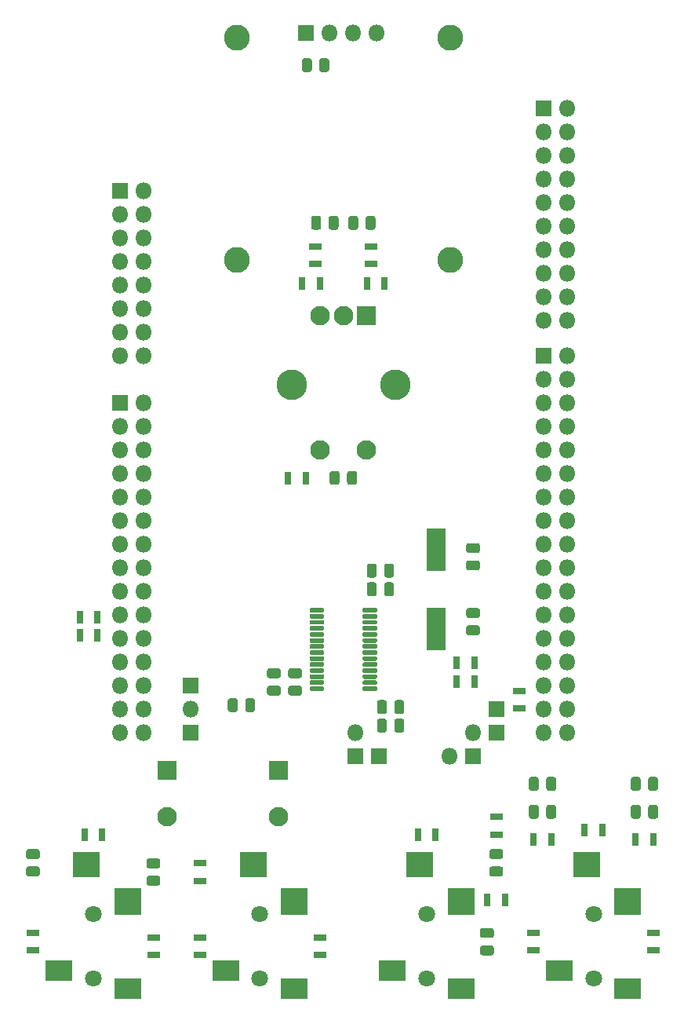
<source format=gbr>
%TF.GenerationSoftware,KiCad,Pcbnew,(5.1.6)-1*%
%TF.CreationDate,2021-01-03T17:25:39+01:00*%
%TF.ProjectId,Nucleo144_DSP,4e75636c-656f-4313-9434-5f4453502e6b,rev?*%
%TF.SameCoordinates,Original*%
%TF.FileFunction,Soldermask,Top*%
%TF.FilePolarity,Negative*%
%FSLAX46Y46*%
G04 Gerber Fmt 4.6, Leading zero omitted, Abs format (unit mm)*
G04 Created by KiCad (PCBNEW (5.1.6)-1) date 2021-01-03 17:25:39*
%MOMM*%
%LPD*%
G01*
G04 APERTURE LIST*
%ADD10C,2.800000*%
%ADD11R,2.100000X2.100000*%
%ADD12C,2.100000*%
%ADD13R,2.100000X4.600000*%
%ADD14R,1.800000X1.800000*%
%ADD15O,1.800000X1.800000*%
%ADD16R,0.800000X1.400000*%
%ADD17R,1.400000X0.800000*%
%ADD18C,3.300000*%
%ADD19C,1.800000*%
%ADD20R,2.900000X2.900000*%
%ADD21R,2.900000X2.700000*%
%ADD22R,2.900000X2.300000*%
G04 APERTURE END LIST*
D10*
%TO.C,REF\u002A\u002A*%
X124500000Y-86000000D03*
%TD*%
%TO.C,REF\u002A\u002A*%
X124500000Y-62000000D03*
%TD*%
%TO.C,REF\u002A\u002A*%
X147500000Y-86000000D03*
%TD*%
%TO.C,REF\u002A\u002A*%
X147500000Y-62000000D03*
%TD*%
D11*
%TO.C,C16*%
X117000000Y-141000000D03*
D12*
X117000000Y-146000000D03*
%TD*%
D13*
%TO.C,Y1*%
X146000000Y-117250000D03*
X146000000Y-125750000D03*
%TD*%
%TO.C,C1*%
G36*
G01*
X152981250Y-150600000D02*
X152018750Y-150600000D01*
G75*
G02*
X151750000Y-150331250I0J268750D01*
G01*
X151750000Y-149793750D01*
G75*
G02*
X152018750Y-149525000I268750J0D01*
G01*
X152981250Y-149525000D01*
G75*
G02*
X153250000Y-149793750I0J-268750D01*
G01*
X153250000Y-150331250D01*
G75*
G02*
X152981250Y-150600000I-268750J0D01*
G01*
G37*
G36*
G01*
X152981250Y-152475000D02*
X152018750Y-152475000D01*
G75*
G02*
X151750000Y-152206250I0J268750D01*
G01*
X151750000Y-151668750D01*
G75*
G02*
X152018750Y-151400000I268750J0D01*
G01*
X152981250Y-151400000D01*
G75*
G02*
X153250000Y-151668750I0J-268750D01*
G01*
X153250000Y-152206250D01*
G75*
G02*
X152981250Y-152475000I-268750J0D01*
G01*
G37*
%TD*%
%TO.C,C3*%
G36*
G01*
X138525000Y-119981250D02*
X138525000Y-119018750D01*
G75*
G02*
X138793750Y-118750000I268750J0D01*
G01*
X139331250Y-118750000D01*
G75*
G02*
X139600000Y-119018750I0J-268750D01*
G01*
X139600000Y-119981250D01*
G75*
G02*
X139331250Y-120250000I-268750J0D01*
G01*
X138793750Y-120250000D01*
G75*
G02*
X138525000Y-119981250I0J268750D01*
G01*
G37*
G36*
G01*
X140400000Y-119981250D02*
X140400000Y-119018750D01*
G75*
G02*
X140668750Y-118750000I268750J0D01*
G01*
X141206250Y-118750000D01*
G75*
G02*
X141475000Y-119018750I0J-268750D01*
G01*
X141475000Y-119981250D01*
G75*
G02*
X141206250Y-120250000I-268750J0D01*
G01*
X140668750Y-120250000D01*
G75*
G02*
X140400000Y-119981250I0J268750D01*
G01*
G37*
%TD*%
%TO.C,C4*%
G36*
G01*
X128018750Y-130025000D02*
X128981250Y-130025000D01*
G75*
G02*
X129250000Y-130293750I0J-268750D01*
G01*
X129250000Y-130831250D01*
G75*
G02*
X128981250Y-131100000I-268750J0D01*
G01*
X128018750Y-131100000D01*
G75*
G02*
X127750000Y-130831250I0J268750D01*
G01*
X127750000Y-130293750D01*
G75*
G02*
X128018750Y-130025000I268750J0D01*
G01*
G37*
G36*
G01*
X128018750Y-131900000D02*
X128981250Y-131900000D01*
G75*
G02*
X129250000Y-132168750I0J-268750D01*
G01*
X129250000Y-132706250D01*
G75*
G02*
X128981250Y-132975000I-268750J0D01*
G01*
X128018750Y-132975000D01*
G75*
G02*
X127750000Y-132706250I0J268750D01*
G01*
X127750000Y-132168750D01*
G75*
G02*
X128018750Y-131900000I268750J0D01*
G01*
G37*
%TD*%
%TO.C,C2*%
G36*
G01*
X151981250Y-160975000D02*
X151018750Y-160975000D01*
G75*
G02*
X150750000Y-160706250I0J268750D01*
G01*
X150750000Y-160168750D01*
G75*
G02*
X151018750Y-159900000I268750J0D01*
G01*
X151981250Y-159900000D01*
G75*
G02*
X152250000Y-160168750I0J-268750D01*
G01*
X152250000Y-160706250D01*
G75*
G02*
X151981250Y-160975000I-268750J0D01*
G01*
G37*
G36*
G01*
X151981250Y-159100000D02*
X151018750Y-159100000D01*
G75*
G02*
X150750000Y-158831250I0J268750D01*
G01*
X150750000Y-158293750D01*
G75*
G02*
X151018750Y-158025000I268750J0D01*
G01*
X151981250Y-158025000D01*
G75*
G02*
X152250000Y-158293750I0J-268750D01*
G01*
X152250000Y-158831250D01*
G75*
G02*
X151981250Y-159100000I-268750J0D01*
G01*
G37*
%TD*%
%TO.C,C5*%
G36*
G01*
X140400000Y-121981250D02*
X140400000Y-121018750D01*
G75*
G02*
X140668750Y-120750000I268750J0D01*
G01*
X141206250Y-120750000D01*
G75*
G02*
X141475000Y-121018750I0J-268750D01*
G01*
X141475000Y-121981250D01*
G75*
G02*
X141206250Y-122250000I-268750J0D01*
G01*
X140668750Y-122250000D01*
G75*
G02*
X140400000Y-121981250I0J268750D01*
G01*
G37*
G36*
G01*
X138525000Y-121981250D02*
X138525000Y-121018750D01*
G75*
G02*
X138793750Y-120750000I268750J0D01*
G01*
X139331250Y-120750000D01*
G75*
G02*
X139600000Y-121018750I0J-268750D01*
G01*
X139600000Y-121981250D01*
G75*
G02*
X139331250Y-122250000I-268750J0D01*
G01*
X138793750Y-122250000D01*
G75*
G02*
X138525000Y-121981250I0J268750D01*
G01*
G37*
%TD*%
%TO.C,C6*%
G36*
G01*
X130318750Y-131900000D02*
X131281250Y-131900000D01*
G75*
G02*
X131550000Y-132168750I0J-268750D01*
G01*
X131550000Y-132706250D01*
G75*
G02*
X131281250Y-132975000I-268750J0D01*
G01*
X130318750Y-132975000D01*
G75*
G02*
X130050000Y-132706250I0J268750D01*
G01*
X130050000Y-132168750D01*
G75*
G02*
X130318750Y-131900000I268750J0D01*
G01*
G37*
G36*
G01*
X130318750Y-130025000D02*
X131281250Y-130025000D01*
G75*
G02*
X131550000Y-130293750I0J-268750D01*
G01*
X131550000Y-130831250D01*
G75*
G02*
X131281250Y-131100000I-268750J0D01*
G01*
X130318750Y-131100000D01*
G75*
G02*
X130050000Y-130831250I0J268750D01*
G01*
X130050000Y-130293750D01*
G75*
G02*
X130318750Y-130025000I268750J0D01*
G01*
G37*
%TD*%
%TO.C,C7*%
G36*
G01*
X167025000Y-145981250D02*
X167025000Y-145018750D01*
G75*
G02*
X167293750Y-144750000I268750J0D01*
G01*
X167831250Y-144750000D01*
G75*
G02*
X168100000Y-145018750I0J-268750D01*
G01*
X168100000Y-145981250D01*
G75*
G02*
X167831250Y-146250000I-268750J0D01*
G01*
X167293750Y-146250000D01*
G75*
G02*
X167025000Y-145981250I0J268750D01*
G01*
G37*
G36*
G01*
X168900000Y-145981250D02*
X168900000Y-145018750D01*
G75*
G02*
X169168750Y-144750000I268750J0D01*
G01*
X169706250Y-144750000D01*
G75*
G02*
X169975000Y-145018750I0J-268750D01*
G01*
X169975000Y-145981250D01*
G75*
G02*
X169706250Y-146250000I-268750J0D01*
G01*
X169168750Y-146250000D01*
G75*
G02*
X168900000Y-145981250I0J268750D01*
G01*
G37*
%TD*%
%TO.C,C8*%
G36*
G01*
X168100000Y-142018750D02*
X168100000Y-142981250D01*
G75*
G02*
X167831250Y-143250000I-268750J0D01*
G01*
X167293750Y-143250000D01*
G75*
G02*
X167025000Y-142981250I0J268750D01*
G01*
X167025000Y-142018750D01*
G75*
G02*
X167293750Y-141750000I268750J0D01*
G01*
X167831250Y-141750000D01*
G75*
G02*
X168100000Y-142018750I0J-268750D01*
G01*
G37*
G36*
G01*
X169975000Y-142018750D02*
X169975000Y-142981250D01*
G75*
G02*
X169706250Y-143250000I-268750J0D01*
G01*
X169168750Y-143250000D01*
G75*
G02*
X168900000Y-142981250I0J268750D01*
G01*
X168900000Y-142018750D01*
G75*
G02*
X169168750Y-141750000I268750J0D01*
G01*
X169706250Y-141750000D01*
G75*
G02*
X169975000Y-142018750I0J-268750D01*
G01*
G37*
%TD*%
%TO.C,C9*%
G36*
G01*
X157900000Y-142981250D02*
X157900000Y-142018750D01*
G75*
G02*
X158168750Y-141750000I268750J0D01*
G01*
X158706250Y-141750000D01*
G75*
G02*
X158975000Y-142018750I0J-268750D01*
G01*
X158975000Y-142981250D01*
G75*
G02*
X158706250Y-143250000I-268750J0D01*
G01*
X158168750Y-143250000D01*
G75*
G02*
X157900000Y-142981250I0J268750D01*
G01*
G37*
G36*
G01*
X156025000Y-142981250D02*
X156025000Y-142018750D01*
G75*
G02*
X156293750Y-141750000I268750J0D01*
G01*
X156831250Y-141750000D01*
G75*
G02*
X157100000Y-142018750I0J-268750D01*
G01*
X157100000Y-142981250D01*
G75*
G02*
X156831250Y-143250000I-268750J0D01*
G01*
X156293750Y-143250000D01*
G75*
G02*
X156025000Y-142981250I0J268750D01*
G01*
G37*
%TD*%
%TO.C,C10*%
G36*
G01*
X157900000Y-145981250D02*
X157900000Y-145018750D01*
G75*
G02*
X158168750Y-144750000I268750J0D01*
G01*
X158706250Y-144750000D01*
G75*
G02*
X158975000Y-145018750I0J-268750D01*
G01*
X158975000Y-145981250D01*
G75*
G02*
X158706250Y-146250000I-268750J0D01*
G01*
X158168750Y-146250000D01*
G75*
G02*
X157900000Y-145981250I0J268750D01*
G01*
G37*
G36*
G01*
X156025000Y-145981250D02*
X156025000Y-145018750D01*
G75*
G02*
X156293750Y-144750000I268750J0D01*
G01*
X156831250Y-144750000D01*
G75*
G02*
X157100000Y-145018750I0J-268750D01*
G01*
X157100000Y-145981250D01*
G75*
G02*
X156831250Y-146250000I-268750J0D01*
G01*
X156293750Y-146250000D01*
G75*
G02*
X156025000Y-145981250I0J268750D01*
G01*
G37*
%TD*%
%TO.C,C11*%
G36*
G01*
X149518750Y-123525000D02*
X150481250Y-123525000D01*
G75*
G02*
X150750000Y-123793750I0J-268750D01*
G01*
X150750000Y-124331250D01*
G75*
G02*
X150481250Y-124600000I-268750J0D01*
G01*
X149518750Y-124600000D01*
G75*
G02*
X149250000Y-124331250I0J268750D01*
G01*
X149250000Y-123793750D01*
G75*
G02*
X149518750Y-123525000I268750J0D01*
G01*
G37*
G36*
G01*
X149518750Y-125400000D02*
X150481250Y-125400000D01*
G75*
G02*
X150750000Y-125668750I0J-268750D01*
G01*
X150750000Y-126206250D01*
G75*
G02*
X150481250Y-126475000I-268750J0D01*
G01*
X149518750Y-126475000D01*
G75*
G02*
X149250000Y-126206250I0J268750D01*
G01*
X149250000Y-125668750D01*
G75*
G02*
X149518750Y-125400000I268750J0D01*
G01*
G37*
%TD*%
%TO.C,C12*%
G36*
G01*
X150481250Y-119475000D02*
X149518750Y-119475000D01*
G75*
G02*
X149250000Y-119206250I0J268750D01*
G01*
X149250000Y-118668750D01*
G75*
G02*
X149518750Y-118400000I268750J0D01*
G01*
X150481250Y-118400000D01*
G75*
G02*
X150750000Y-118668750I0J-268750D01*
G01*
X150750000Y-119206250D01*
G75*
G02*
X150481250Y-119475000I-268750J0D01*
G01*
G37*
G36*
G01*
X150481250Y-117600000D02*
X149518750Y-117600000D01*
G75*
G02*
X149250000Y-117331250I0J268750D01*
G01*
X149250000Y-116793750D01*
G75*
G02*
X149518750Y-116525000I268750J0D01*
G01*
X150481250Y-116525000D01*
G75*
G02*
X150750000Y-116793750I0J-268750D01*
G01*
X150750000Y-117331250D01*
G75*
G02*
X150481250Y-117600000I-268750J0D01*
G01*
G37*
%TD*%
%TO.C,C13*%
G36*
G01*
X142575000Y-135718750D02*
X142575000Y-136681250D01*
G75*
G02*
X142306250Y-136950000I-268750J0D01*
G01*
X141768750Y-136950000D01*
G75*
G02*
X141500000Y-136681250I0J268750D01*
G01*
X141500000Y-135718750D01*
G75*
G02*
X141768750Y-135450000I268750J0D01*
G01*
X142306250Y-135450000D01*
G75*
G02*
X142575000Y-135718750I0J-268750D01*
G01*
G37*
G36*
G01*
X140700000Y-135718750D02*
X140700000Y-136681250D01*
G75*
G02*
X140431250Y-136950000I-268750J0D01*
G01*
X139893750Y-136950000D01*
G75*
G02*
X139625000Y-136681250I0J268750D01*
G01*
X139625000Y-135718750D01*
G75*
G02*
X139893750Y-135450000I268750J0D01*
G01*
X140431250Y-135450000D01*
G75*
G02*
X140700000Y-135718750I0J-268750D01*
G01*
G37*
%TD*%
%TO.C,C14*%
G36*
G01*
X140700000Y-133718750D02*
X140700000Y-134681250D01*
G75*
G02*
X140431250Y-134950000I-268750J0D01*
G01*
X139893750Y-134950000D01*
G75*
G02*
X139625000Y-134681250I0J268750D01*
G01*
X139625000Y-133718750D01*
G75*
G02*
X139893750Y-133450000I268750J0D01*
G01*
X140431250Y-133450000D01*
G75*
G02*
X140700000Y-133718750I0J-268750D01*
G01*
G37*
G36*
G01*
X142575000Y-133718750D02*
X142575000Y-134681250D01*
G75*
G02*
X142306250Y-134950000I-268750J0D01*
G01*
X141768750Y-134950000D01*
G75*
G02*
X141500000Y-134681250I0J268750D01*
G01*
X141500000Y-133718750D01*
G75*
G02*
X141768750Y-133450000I268750J0D01*
G01*
X142306250Y-133450000D01*
G75*
G02*
X142575000Y-133718750I0J-268750D01*
G01*
G37*
%TD*%
D12*
%TO.C,C15*%
X129000000Y-146000000D03*
D11*
X129000000Y-141000000D03*
%TD*%
%TO.C,C17*%
G36*
G01*
X115981250Y-151600000D02*
X115018750Y-151600000D01*
G75*
G02*
X114750000Y-151331250I0J268750D01*
G01*
X114750000Y-150793750D01*
G75*
G02*
X115018750Y-150525000I268750J0D01*
G01*
X115981250Y-150525000D01*
G75*
G02*
X116250000Y-150793750I0J-268750D01*
G01*
X116250000Y-151331250D01*
G75*
G02*
X115981250Y-151600000I-268750J0D01*
G01*
G37*
G36*
G01*
X115981250Y-153475000D02*
X115018750Y-153475000D01*
G75*
G02*
X114750000Y-153206250I0J268750D01*
G01*
X114750000Y-152668750D01*
G75*
G02*
X115018750Y-152400000I268750J0D01*
G01*
X115981250Y-152400000D01*
G75*
G02*
X116250000Y-152668750I0J-268750D01*
G01*
X116250000Y-153206250D01*
G75*
G02*
X115981250Y-153475000I-268750J0D01*
G01*
G37*
%TD*%
%TO.C,C18*%
G36*
G01*
X102981250Y-152475000D02*
X102018750Y-152475000D01*
G75*
G02*
X101750000Y-152206250I0J268750D01*
G01*
X101750000Y-151668750D01*
G75*
G02*
X102018750Y-151400000I268750J0D01*
G01*
X102981250Y-151400000D01*
G75*
G02*
X103250000Y-151668750I0J-268750D01*
G01*
X103250000Y-152206250D01*
G75*
G02*
X102981250Y-152475000I-268750J0D01*
G01*
G37*
G36*
G01*
X102981250Y-150600000D02*
X102018750Y-150600000D01*
G75*
G02*
X101750000Y-150331250I0J268750D01*
G01*
X101750000Y-149793750D01*
G75*
G02*
X102018750Y-149525000I268750J0D01*
G01*
X102981250Y-149525000D01*
G75*
G02*
X103250000Y-149793750I0J-268750D01*
G01*
X103250000Y-150331250D01*
G75*
G02*
X102981250Y-150600000I-268750J0D01*
G01*
G37*
%TD*%
%TO.C,C19*%
G36*
G01*
X138400000Y-82481250D02*
X138400000Y-81518750D01*
G75*
G02*
X138668750Y-81250000I268750J0D01*
G01*
X139206250Y-81250000D01*
G75*
G02*
X139475000Y-81518750I0J-268750D01*
G01*
X139475000Y-82481250D01*
G75*
G02*
X139206250Y-82750000I-268750J0D01*
G01*
X138668750Y-82750000D01*
G75*
G02*
X138400000Y-82481250I0J268750D01*
G01*
G37*
G36*
G01*
X136525000Y-82481250D02*
X136525000Y-81518750D01*
G75*
G02*
X136793750Y-81250000I268750J0D01*
G01*
X137331250Y-81250000D01*
G75*
G02*
X137600000Y-81518750I0J-268750D01*
G01*
X137600000Y-82481250D01*
G75*
G02*
X137331250Y-82750000I-268750J0D01*
G01*
X136793750Y-82750000D01*
G75*
G02*
X136525000Y-82481250I0J268750D01*
G01*
G37*
%TD*%
%TO.C,C20*%
G36*
G01*
X132525000Y-82481250D02*
X132525000Y-81518750D01*
G75*
G02*
X132793750Y-81250000I268750J0D01*
G01*
X133331250Y-81250000D01*
G75*
G02*
X133600000Y-81518750I0J-268750D01*
G01*
X133600000Y-82481250D01*
G75*
G02*
X133331250Y-82750000I-268750J0D01*
G01*
X132793750Y-82750000D01*
G75*
G02*
X132525000Y-82481250I0J268750D01*
G01*
G37*
G36*
G01*
X134400000Y-82481250D02*
X134400000Y-81518750D01*
G75*
G02*
X134668750Y-81250000I268750J0D01*
G01*
X135206250Y-81250000D01*
G75*
G02*
X135475000Y-81518750I0J-268750D01*
G01*
X135475000Y-82481250D01*
G75*
G02*
X135206250Y-82750000I-268750J0D01*
G01*
X134668750Y-82750000D01*
G75*
G02*
X134400000Y-82481250I0J268750D01*
G01*
G37*
%TD*%
%TO.C,C21*%
G36*
G01*
X134525000Y-109981250D02*
X134525000Y-109018750D01*
G75*
G02*
X134793750Y-108750000I268750J0D01*
G01*
X135331250Y-108750000D01*
G75*
G02*
X135600000Y-109018750I0J-268750D01*
G01*
X135600000Y-109981250D01*
G75*
G02*
X135331250Y-110250000I-268750J0D01*
G01*
X134793750Y-110250000D01*
G75*
G02*
X134525000Y-109981250I0J268750D01*
G01*
G37*
G36*
G01*
X136400000Y-109981250D02*
X136400000Y-109018750D01*
G75*
G02*
X136668750Y-108750000I268750J0D01*
G01*
X137206250Y-108750000D01*
G75*
G02*
X137475000Y-109018750I0J-268750D01*
G01*
X137475000Y-109981250D01*
G75*
G02*
X137206250Y-110250000I-268750J0D01*
G01*
X136668750Y-110250000D01*
G75*
G02*
X136400000Y-109981250I0J268750D01*
G01*
G37*
%TD*%
%TO.C,C22*%
G36*
G01*
X133400000Y-65481250D02*
X133400000Y-64518750D01*
G75*
G02*
X133668750Y-64250000I268750J0D01*
G01*
X134206250Y-64250000D01*
G75*
G02*
X134475000Y-64518750I0J-268750D01*
G01*
X134475000Y-65481250D01*
G75*
G02*
X134206250Y-65750000I-268750J0D01*
G01*
X133668750Y-65750000D01*
G75*
G02*
X133400000Y-65481250I0J268750D01*
G01*
G37*
G36*
G01*
X131525000Y-65481250D02*
X131525000Y-64518750D01*
G75*
G02*
X131793750Y-64250000I268750J0D01*
G01*
X132331250Y-64250000D01*
G75*
G02*
X132600000Y-64518750I0J-268750D01*
G01*
X132600000Y-65481250D01*
G75*
G02*
X132331250Y-65750000I-268750J0D01*
G01*
X131793750Y-65750000D01*
G75*
G02*
X131525000Y-65481250I0J268750D01*
G01*
G37*
%TD*%
%TO.C,FB1*%
G36*
G01*
X126475000Y-133518750D02*
X126475000Y-134481250D01*
G75*
G02*
X126206250Y-134750000I-268750J0D01*
G01*
X125668750Y-134750000D01*
G75*
G02*
X125400000Y-134481250I0J268750D01*
G01*
X125400000Y-133518750D01*
G75*
G02*
X125668750Y-133250000I268750J0D01*
G01*
X126206250Y-133250000D01*
G75*
G02*
X126475000Y-133518750I0J-268750D01*
G01*
G37*
G36*
G01*
X124600000Y-133518750D02*
X124600000Y-134481250D01*
G75*
G02*
X124331250Y-134750000I-268750J0D01*
G01*
X123793750Y-134750000D01*
G75*
G02*
X123525000Y-134481250I0J268750D01*
G01*
X123525000Y-133518750D01*
G75*
G02*
X123793750Y-133250000I268750J0D01*
G01*
X124331250Y-133250000D01*
G75*
G02*
X124600000Y-133518750I0J-268750D01*
G01*
G37*
%TD*%
D14*
%TO.C,J1*%
X111870000Y-78560000D03*
D15*
X114410000Y-78560000D03*
X111870000Y-81100000D03*
X114410000Y-81100000D03*
X111870000Y-83640000D03*
X114410000Y-83640000D03*
X111870000Y-86180000D03*
X114410000Y-86180000D03*
X111870000Y-88720000D03*
X114410000Y-88720000D03*
X111870000Y-91260000D03*
X114410000Y-91260000D03*
X111870000Y-93800000D03*
X114410000Y-93800000D03*
X111870000Y-96340000D03*
X114410000Y-96340000D03*
%TD*%
D14*
%TO.C,J2*%
X157590000Y-69670000D03*
D15*
X160130000Y-69670000D03*
X157590000Y-72210000D03*
X160130000Y-72210000D03*
X157590000Y-74750000D03*
X160130000Y-74750000D03*
X157590000Y-77290000D03*
X160130000Y-77290000D03*
X157590000Y-79830000D03*
X160130000Y-79830000D03*
X157590000Y-82370000D03*
X160130000Y-82370000D03*
X157590000Y-84910000D03*
X160130000Y-84910000D03*
X157590000Y-87450000D03*
X160130000Y-87450000D03*
X157590000Y-89990000D03*
X160130000Y-89990000D03*
X157590000Y-92530000D03*
X160130000Y-92530000D03*
%TD*%
D14*
%TO.C,J3*%
X157590000Y-96340000D03*
D15*
X160130000Y-96340000D03*
X157590000Y-98880000D03*
X160130000Y-98880000D03*
X157590000Y-101420000D03*
X160130000Y-101420000D03*
X157590000Y-103960000D03*
X160130000Y-103960000D03*
X157590000Y-106500000D03*
X160130000Y-106500000D03*
X157590000Y-109040000D03*
X160130000Y-109040000D03*
X157590000Y-111580000D03*
X160130000Y-111580000D03*
X157590000Y-114120000D03*
X160130000Y-114120000D03*
X157590000Y-116660000D03*
X160130000Y-116660000D03*
X157590000Y-119200000D03*
X160130000Y-119200000D03*
X157590000Y-121740000D03*
X160130000Y-121740000D03*
X157590000Y-124280000D03*
X160130000Y-124280000D03*
X157590000Y-126820000D03*
X160130000Y-126820000D03*
X157590000Y-129360000D03*
X160130000Y-129360000D03*
X157590000Y-131900000D03*
X160130000Y-131900000D03*
X157590000Y-134440000D03*
X160130000Y-134440000D03*
X157590000Y-136980000D03*
X160130000Y-136980000D03*
%TD*%
D14*
%TO.C,J4*%
X111870000Y-101420000D03*
D15*
X114410000Y-101420000D03*
X111870000Y-103960000D03*
X114410000Y-103960000D03*
X111870000Y-106500000D03*
X114410000Y-106500000D03*
X111870000Y-109040000D03*
X114410000Y-109040000D03*
X111870000Y-111580000D03*
X114410000Y-111580000D03*
X111870000Y-114120000D03*
X114410000Y-114120000D03*
X111870000Y-116660000D03*
X114410000Y-116660000D03*
X111870000Y-119200000D03*
X114410000Y-119200000D03*
X111870000Y-121740000D03*
X114410000Y-121740000D03*
X111870000Y-124280000D03*
X114410000Y-124280000D03*
X111870000Y-126820000D03*
X114410000Y-126820000D03*
X111870000Y-129360000D03*
X114410000Y-129360000D03*
X111870000Y-131900000D03*
X114410000Y-131900000D03*
X111870000Y-134440000D03*
X114410000Y-134440000D03*
X111870000Y-136980000D03*
X114410000Y-136980000D03*
%TD*%
D16*
%TO.C,R1*%
X151550000Y-155000000D03*
X153450000Y-155000000D03*
%TD*%
D17*
%TO.C,R2*%
X152500000Y-146050000D03*
X152500000Y-147950000D03*
%TD*%
D16*
%TO.C,R3*%
X145950000Y-148000000D03*
X144050000Y-148000000D03*
%TD*%
%TO.C,R4*%
X107550000Y-124500000D03*
X109450000Y-124500000D03*
%TD*%
%TO.C,R5*%
X109450000Y-126500000D03*
X107550000Y-126500000D03*
%TD*%
%TO.C,R7*%
X169450000Y-148500000D03*
X167550000Y-148500000D03*
%TD*%
%TO.C,R8*%
X148250000Y-131500000D03*
X150150000Y-131500000D03*
%TD*%
%TO.C,R9*%
X150150000Y-129400000D03*
X148250000Y-129400000D03*
%TD*%
D17*
%TO.C,R10*%
X169500000Y-158550000D03*
X169500000Y-160450000D03*
%TD*%
%TO.C,R11*%
X156500000Y-158550000D03*
X156500000Y-160450000D03*
%TD*%
D16*
%TO.C,R12*%
X156550000Y-148500000D03*
X158450000Y-148500000D03*
%TD*%
D17*
%TO.C,R14*%
X133500000Y-160950000D03*
X133500000Y-159050000D03*
%TD*%
%TO.C,R16*%
X120500000Y-160950000D03*
X120500000Y-159050000D03*
%TD*%
%TO.C,R13*%
X120500000Y-152950000D03*
X120500000Y-151050000D03*
%TD*%
%TO.C,R23*%
X115500000Y-160950000D03*
X115500000Y-159050000D03*
%TD*%
%TO.C,R24*%
X102500000Y-160450000D03*
X102500000Y-158550000D03*
%TD*%
D16*
%TO.C,R17*%
X131550000Y-88500000D03*
X133450000Y-88500000D03*
%TD*%
%TO.C,R18*%
X138550000Y-88500000D03*
X140450000Y-88500000D03*
%TD*%
%TO.C,R19*%
X130050000Y-109500000D03*
X131950000Y-109500000D03*
%TD*%
D17*
%TO.C,R20*%
X139000000Y-84550000D03*
X139000000Y-86450000D03*
%TD*%
%TO.C,R21*%
X133000000Y-84550000D03*
X133000000Y-86450000D03*
%TD*%
D12*
%TO.C,SW1*%
X133500000Y-106500000D03*
X138500000Y-106500000D03*
D18*
X130400000Y-99500000D03*
X141600000Y-99500000D03*
D12*
X133500000Y-92000000D03*
X136000000Y-92000000D03*
D11*
X138500000Y-92000000D03*
%TD*%
%TO.C,U1*%
G36*
G01*
X132350000Y-123900000D02*
X132350000Y-123650000D01*
G75*
G02*
X132475000Y-123525000I125000J0D01*
G01*
X133800000Y-123525000D01*
G75*
G02*
X133925000Y-123650000I0J-125000D01*
G01*
X133925000Y-123900000D01*
G75*
G02*
X133800000Y-124025000I-125000J0D01*
G01*
X132475000Y-124025000D01*
G75*
G02*
X132350000Y-123900000I0J125000D01*
G01*
G37*
G36*
G01*
X132350000Y-124550000D02*
X132350000Y-124300000D01*
G75*
G02*
X132475000Y-124175000I125000J0D01*
G01*
X133800000Y-124175000D01*
G75*
G02*
X133925000Y-124300000I0J-125000D01*
G01*
X133925000Y-124550000D01*
G75*
G02*
X133800000Y-124675000I-125000J0D01*
G01*
X132475000Y-124675000D01*
G75*
G02*
X132350000Y-124550000I0J125000D01*
G01*
G37*
G36*
G01*
X132350000Y-125200000D02*
X132350000Y-124950000D01*
G75*
G02*
X132475000Y-124825000I125000J0D01*
G01*
X133800000Y-124825000D01*
G75*
G02*
X133925000Y-124950000I0J-125000D01*
G01*
X133925000Y-125200000D01*
G75*
G02*
X133800000Y-125325000I-125000J0D01*
G01*
X132475000Y-125325000D01*
G75*
G02*
X132350000Y-125200000I0J125000D01*
G01*
G37*
G36*
G01*
X132350000Y-125850000D02*
X132350000Y-125600000D01*
G75*
G02*
X132475000Y-125475000I125000J0D01*
G01*
X133800000Y-125475000D01*
G75*
G02*
X133925000Y-125600000I0J-125000D01*
G01*
X133925000Y-125850000D01*
G75*
G02*
X133800000Y-125975000I-125000J0D01*
G01*
X132475000Y-125975000D01*
G75*
G02*
X132350000Y-125850000I0J125000D01*
G01*
G37*
G36*
G01*
X132350000Y-126500000D02*
X132350000Y-126250000D01*
G75*
G02*
X132475000Y-126125000I125000J0D01*
G01*
X133800000Y-126125000D01*
G75*
G02*
X133925000Y-126250000I0J-125000D01*
G01*
X133925000Y-126500000D01*
G75*
G02*
X133800000Y-126625000I-125000J0D01*
G01*
X132475000Y-126625000D01*
G75*
G02*
X132350000Y-126500000I0J125000D01*
G01*
G37*
G36*
G01*
X132350000Y-127150000D02*
X132350000Y-126900000D01*
G75*
G02*
X132475000Y-126775000I125000J0D01*
G01*
X133800000Y-126775000D01*
G75*
G02*
X133925000Y-126900000I0J-125000D01*
G01*
X133925000Y-127150000D01*
G75*
G02*
X133800000Y-127275000I-125000J0D01*
G01*
X132475000Y-127275000D01*
G75*
G02*
X132350000Y-127150000I0J125000D01*
G01*
G37*
G36*
G01*
X132350000Y-127800000D02*
X132350000Y-127550000D01*
G75*
G02*
X132475000Y-127425000I125000J0D01*
G01*
X133800000Y-127425000D01*
G75*
G02*
X133925000Y-127550000I0J-125000D01*
G01*
X133925000Y-127800000D01*
G75*
G02*
X133800000Y-127925000I-125000J0D01*
G01*
X132475000Y-127925000D01*
G75*
G02*
X132350000Y-127800000I0J125000D01*
G01*
G37*
G36*
G01*
X132350000Y-128450000D02*
X132350000Y-128200000D01*
G75*
G02*
X132475000Y-128075000I125000J0D01*
G01*
X133800000Y-128075000D01*
G75*
G02*
X133925000Y-128200000I0J-125000D01*
G01*
X133925000Y-128450000D01*
G75*
G02*
X133800000Y-128575000I-125000J0D01*
G01*
X132475000Y-128575000D01*
G75*
G02*
X132350000Y-128450000I0J125000D01*
G01*
G37*
G36*
G01*
X132350000Y-129100000D02*
X132350000Y-128850000D01*
G75*
G02*
X132475000Y-128725000I125000J0D01*
G01*
X133800000Y-128725000D01*
G75*
G02*
X133925000Y-128850000I0J-125000D01*
G01*
X133925000Y-129100000D01*
G75*
G02*
X133800000Y-129225000I-125000J0D01*
G01*
X132475000Y-129225000D01*
G75*
G02*
X132350000Y-129100000I0J125000D01*
G01*
G37*
G36*
G01*
X132350000Y-129750000D02*
X132350000Y-129500000D01*
G75*
G02*
X132475000Y-129375000I125000J0D01*
G01*
X133800000Y-129375000D01*
G75*
G02*
X133925000Y-129500000I0J-125000D01*
G01*
X133925000Y-129750000D01*
G75*
G02*
X133800000Y-129875000I-125000J0D01*
G01*
X132475000Y-129875000D01*
G75*
G02*
X132350000Y-129750000I0J125000D01*
G01*
G37*
G36*
G01*
X132350000Y-130400000D02*
X132350000Y-130150000D01*
G75*
G02*
X132475000Y-130025000I125000J0D01*
G01*
X133800000Y-130025000D01*
G75*
G02*
X133925000Y-130150000I0J-125000D01*
G01*
X133925000Y-130400000D01*
G75*
G02*
X133800000Y-130525000I-125000J0D01*
G01*
X132475000Y-130525000D01*
G75*
G02*
X132350000Y-130400000I0J125000D01*
G01*
G37*
G36*
G01*
X132350000Y-131050000D02*
X132350000Y-130800000D01*
G75*
G02*
X132475000Y-130675000I125000J0D01*
G01*
X133800000Y-130675000D01*
G75*
G02*
X133925000Y-130800000I0J-125000D01*
G01*
X133925000Y-131050000D01*
G75*
G02*
X133800000Y-131175000I-125000J0D01*
G01*
X132475000Y-131175000D01*
G75*
G02*
X132350000Y-131050000I0J125000D01*
G01*
G37*
G36*
G01*
X132350000Y-131700000D02*
X132350000Y-131450000D01*
G75*
G02*
X132475000Y-131325000I125000J0D01*
G01*
X133800000Y-131325000D01*
G75*
G02*
X133925000Y-131450000I0J-125000D01*
G01*
X133925000Y-131700000D01*
G75*
G02*
X133800000Y-131825000I-125000J0D01*
G01*
X132475000Y-131825000D01*
G75*
G02*
X132350000Y-131700000I0J125000D01*
G01*
G37*
G36*
G01*
X132350000Y-132350000D02*
X132350000Y-132100000D01*
G75*
G02*
X132475000Y-131975000I125000J0D01*
G01*
X133800000Y-131975000D01*
G75*
G02*
X133925000Y-132100000I0J-125000D01*
G01*
X133925000Y-132350000D01*
G75*
G02*
X133800000Y-132475000I-125000J0D01*
G01*
X132475000Y-132475000D01*
G75*
G02*
X132350000Y-132350000I0J125000D01*
G01*
G37*
G36*
G01*
X138075000Y-132350000D02*
X138075000Y-132100000D01*
G75*
G02*
X138200000Y-131975000I125000J0D01*
G01*
X139525000Y-131975000D01*
G75*
G02*
X139650000Y-132100000I0J-125000D01*
G01*
X139650000Y-132350000D01*
G75*
G02*
X139525000Y-132475000I-125000J0D01*
G01*
X138200000Y-132475000D01*
G75*
G02*
X138075000Y-132350000I0J125000D01*
G01*
G37*
G36*
G01*
X138075000Y-131700000D02*
X138075000Y-131450000D01*
G75*
G02*
X138200000Y-131325000I125000J0D01*
G01*
X139525000Y-131325000D01*
G75*
G02*
X139650000Y-131450000I0J-125000D01*
G01*
X139650000Y-131700000D01*
G75*
G02*
X139525000Y-131825000I-125000J0D01*
G01*
X138200000Y-131825000D01*
G75*
G02*
X138075000Y-131700000I0J125000D01*
G01*
G37*
G36*
G01*
X138075000Y-131050000D02*
X138075000Y-130800000D01*
G75*
G02*
X138200000Y-130675000I125000J0D01*
G01*
X139525000Y-130675000D01*
G75*
G02*
X139650000Y-130800000I0J-125000D01*
G01*
X139650000Y-131050000D01*
G75*
G02*
X139525000Y-131175000I-125000J0D01*
G01*
X138200000Y-131175000D01*
G75*
G02*
X138075000Y-131050000I0J125000D01*
G01*
G37*
G36*
G01*
X138075000Y-130400000D02*
X138075000Y-130150000D01*
G75*
G02*
X138200000Y-130025000I125000J0D01*
G01*
X139525000Y-130025000D01*
G75*
G02*
X139650000Y-130150000I0J-125000D01*
G01*
X139650000Y-130400000D01*
G75*
G02*
X139525000Y-130525000I-125000J0D01*
G01*
X138200000Y-130525000D01*
G75*
G02*
X138075000Y-130400000I0J125000D01*
G01*
G37*
G36*
G01*
X138075000Y-129750000D02*
X138075000Y-129500000D01*
G75*
G02*
X138200000Y-129375000I125000J0D01*
G01*
X139525000Y-129375000D01*
G75*
G02*
X139650000Y-129500000I0J-125000D01*
G01*
X139650000Y-129750000D01*
G75*
G02*
X139525000Y-129875000I-125000J0D01*
G01*
X138200000Y-129875000D01*
G75*
G02*
X138075000Y-129750000I0J125000D01*
G01*
G37*
G36*
G01*
X138075000Y-129100000D02*
X138075000Y-128850000D01*
G75*
G02*
X138200000Y-128725000I125000J0D01*
G01*
X139525000Y-128725000D01*
G75*
G02*
X139650000Y-128850000I0J-125000D01*
G01*
X139650000Y-129100000D01*
G75*
G02*
X139525000Y-129225000I-125000J0D01*
G01*
X138200000Y-129225000D01*
G75*
G02*
X138075000Y-129100000I0J125000D01*
G01*
G37*
G36*
G01*
X138075000Y-128450000D02*
X138075000Y-128200000D01*
G75*
G02*
X138200000Y-128075000I125000J0D01*
G01*
X139525000Y-128075000D01*
G75*
G02*
X139650000Y-128200000I0J-125000D01*
G01*
X139650000Y-128450000D01*
G75*
G02*
X139525000Y-128575000I-125000J0D01*
G01*
X138200000Y-128575000D01*
G75*
G02*
X138075000Y-128450000I0J125000D01*
G01*
G37*
G36*
G01*
X138075000Y-127800000D02*
X138075000Y-127550000D01*
G75*
G02*
X138200000Y-127425000I125000J0D01*
G01*
X139525000Y-127425000D01*
G75*
G02*
X139650000Y-127550000I0J-125000D01*
G01*
X139650000Y-127800000D01*
G75*
G02*
X139525000Y-127925000I-125000J0D01*
G01*
X138200000Y-127925000D01*
G75*
G02*
X138075000Y-127800000I0J125000D01*
G01*
G37*
G36*
G01*
X138075000Y-127150000D02*
X138075000Y-126900000D01*
G75*
G02*
X138200000Y-126775000I125000J0D01*
G01*
X139525000Y-126775000D01*
G75*
G02*
X139650000Y-126900000I0J-125000D01*
G01*
X139650000Y-127150000D01*
G75*
G02*
X139525000Y-127275000I-125000J0D01*
G01*
X138200000Y-127275000D01*
G75*
G02*
X138075000Y-127150000I0J125000D01*
G01*
G37*
G36*
G01*
X138075000Y-126500000D02*
X138075000Y-126250000D01*
G75*
G02*
X138200000Y-126125000I125000J0D01*
G01*
X139525000Y-126125000D01*
G75*
G02*
X139650000Y-126250000I0J-125000D01*
G01*
X139650000Y-126500000D01*
G75*
G02*
X139525000Y-126625000I-125000J0D01*
G01*
X138200000Y-126625000D01*
G75*
G02*
X138075000Y-126500000I0J125000D01*
G01*
G37*
G36*
G01*
X138075000Y-125850000D02*
X138075000Y-125600000D01*
G75*
G02*
X138200000Y-125475000I125000J0D01*
G01*
X139525000Y-125475000D01*
G75*
G02*
X139650000Y-125600000I0J-125000D01*
G01*
X139650000Y-125850000D01*
G75*
G02*
X139525000Y-125975000I-125000J0D01*
G01*
X138200000Y-125975000D01*
G75*
G02*
X138075000Y-125850000I0J125000D01*
G01*
G37*
G36*
G01*
X138075000Y-125200000D02*
X138075000Y-124950000D01*
G75*
G02*
X138200000Y-124825000I125000J0D01*
G01*
X139525000Y-124825000D01*
G75*
G02*
X139650000Y-124950000I0J-125000D01*
G01*
X139650000Y-125200000D01*
G75*
G02*
X139525000Y-125325000I-125000J0D01*
G01*
X138200000Y-125325000D01*
G75*
G02*
X138075000Y-125200000I0J125000D01*
G01*
G37*
G36*
G01*
X138075000Y-124550000D02*
X138075000Y-124300000D01*
G75*
G02*
X138200000Y-124175000I125000J0D01*
G01*
X139525000Y-124175000D01*
G75*
G02*
X139650000Y-124300000I0J-125000D01*
G01*
X139650000Y-124550000D01*
G75*
G02*
X139525000Y-124675000I-125000J0D01*
G01*
X138200000Y-124675000D01*
G75*
G02*
X138075000Y-124550000I0J125000D01*
G01*
G37*
G36*
G01*
X138075000Y-123900000D02*
X138075000Y-123650000D01*
G75*
G02*
X138200000Y-123525000I125000J0D01*
G01*
X139525000Y-123525000D01*
G75*
G02*
X139650000Y-123650000I0J-125000D01*
G01*
X139650000Y-123900000D01*
G75*
G02*
X139525000Y-124025000I-125000J0D01*
G01*
X138200000Y-124025000D01*
G75*
G02*
X138075000Y-123900000I0J125000D01*
G01*
G37*
%TD*%
D16*
%TO.C,R6*%
X162050000Y-147500000D03*
X163950000Y-147500000D03*
%TD*%
%TO.C,R22*%
X109950000Y-148000000D03*
X108050000Y-148000000D03*
%TD*%
D19*
%TO.C,X1*%
X145000000Y-156500000D03*
X145000000Y-163500000D03*
D20*
X148700000Y-155200000D03*
D21*
X144250000Y-151200000D03*
D22*
X148700000Y-164600000D03*
X141300000Y-162600000D03*
%TD*%
%TO.C,X2*%
X159300000Y-162600000D03*
X166700000Y-164600000D03*
D21*
X162250000Y-151200000D03*
D20*
X166700000Y-155200000D03*
D19*
X163000000Y-163500000D03*
X163000000Y-156500000D03*
%TD*%
D22*
%TO.C,X4*%
X105300000Y-162600000D03*
X112700000Y-164600000D03*
D21*
X108250000Y-151200000D03*
D20*
X112700000Y-155200000D03*
D19*
X109000000Y-163500000D03*
X109000000Y-156500000D03*
%TD*%
%TO.C,X3*%
X127000000Y-156500000D03*
X127000000Y-163500000D03*
D20*
X130700000Y-155200000D03*
D21*
X126250000Y-151200000D03*
D22*
X130700000Y-164600000D03*
X123300000Y-162600000D03*
%TD*%
D15*
%TO.C,J5*%
X147430000Y-139520000D03*
D14*
X149970000Y-139520000D03*
%TD*%
D15*
%TO.C,J6*%
X149970000Y-136980000D03*
D14*
X152510000Y-136980000D03*
%TD*%
%TO.C,J7*%
X152510000Y-134440000D03*
%TD*%
%TO.C,J8*%
X137270000Y-139520000D03*
D15*
X137270000Y-136980000D03*
%TD*%
D14*
%TO.C,J9*%
X139810000Y-139520000D03*
%TD*%
%TO.C,J10*%
X119490000Y-136980000D03*
D15*
X119490000Y-134440000D03*
%TD*%
D14*
%TO.C,J11*%
X119490000Y-131900000D03*
%TD*%
%TO.C,U2*%
X131920000Y-61500000D03*
D15*
X134460000Y-61500000D03*
X137000000Y-61500000D03*
X139540000Y-61500000D03*
%TD*%
D17*
%TO.C,R15*%
X155000000Y-134350000D03*
X155000000Y-132450000D03*
%TD*%
M02*

</source>
